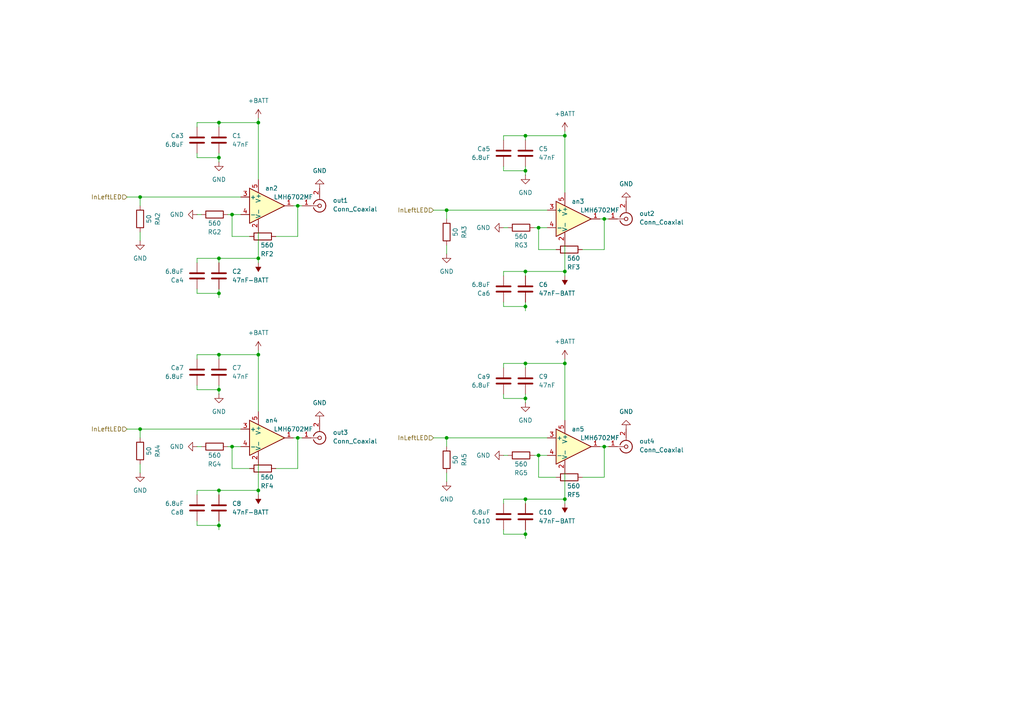
<source format=kicad_sch>
(kicad_sch (version 20250114) (generator "eeschema") (generator_version "9.0")
  (paper "A4")
  (lib_symbols
    (symbol "Amplifier_Operational:LMH6702MF" (pin_names (offset 0.127))
      (property "Reference" "U" (at -1.27 6.35 0))
      (property "Value" "LMH6702MF" (at -1.27 3.81 0))
      (symbol "LMH6702MF_0_1"
        (polyline (pts (xy -5.08 5.08) (xy 5.08 0) (xy -5.08 -5.08) (xy -5.08 5.08)) (stroke (width 0.254)) (fill (type background)))
        (pin power_in line (at -2.54 7.62 270) (length 3.81) (name "V+") (number "5"))
        (pin power_in line (at -2.54 -7.62 90) (length 3.81) (name "V-") (number "2"))
      )
      (symbol "LMH6702MF_1_1"
        (pin input line (at -7.62 2.54 0) (length 2.54) (name "+") (number "3"))
        (pin input line (at -7.62 -2.54 0) (length 2.54) (name "-") (number "4"))
        (pin output line (at 7.62 0 180) (length 2.54) (name "~") (number "1"))
      )
    )
    (symbol "Connector:Conn_Coaxial" (pin_names (offset 1.016) (hide yes))
      (property "Reference" "J" (at 0.254 3.048 0))
      (property "Value" "Conn_Coaxial" (at 2.921 0 90))
      (symbol "Conn_Coaxial_0_1"
        (polyline (pts (xy -2.54 0) (xy -0.508 0)))
        (arc (start 1.778 0) (mid 0.222 -1.8079) (end -1.778 -0.508) (stroke (width 0.254)))
        (arc (start -1.778 0.508) (mid 0.2221 1.8084) (end 1.778 0) (stroke (width 0.254)))
        (circle (center 0 0) (radius 0.508) (stroke (width 0.2032)))
        (polyline (pts (xy 0 -2.54) (xy 0 -1.778)))
      )
      (symbol "Conn_Coaxial_1_1"
        (pin passive line (at -5.08 0 0) (length 2.54) (name "In") (number "1"))
        (pin passive line (at 0 -5.08 90) (length 2.54) (name "Ext") (number "2"))
      )
    )
    (symbol "Device:C" (pin_numbers (hide yes)) (pin_names (offset 0.254))
      (property "Reference" "C" (at 0.635 2.54 0))
      (property "Value" "C" (at 0.635 -2.54 0))
      (symbol "C_0_1"
        (polyline (pts (xy -2.032 0.762) (xy 2.032 0.762)) (stroke (width 0.508)))
        (polyline (pts (xy -2.032 -0.762) (xy 2.032 -0.762)) (stroke (width 0.508)))
      )
      (symbol "C_1_1"
        (pin passive line (at 0 3.81 270) (length 2.794) (name "~") (number "1"))
        (pin passive line (at 0 -3.81 90) (length 2.794) (name "~") (number "2"))
      )
    )
    (symbol "Device:R" (pin_numbers (hide yes)) (pin_names (offset 0))
      (property "Reference" "R" (at 2.032 0 90))
      (property "Value" "R" (at 0 0 90))
      (symbol "R_0_1"
        (rectangle (start -1.016 -2.54) (end 1.016 2.54) (stroke (width 0.254)))
      )
      (symbol "R_1_1"
        (pin passive line (at 0 3.81 270) (length 1.27) (name "~") (number "1"))
        (pin passive line (at 0 -3.81 90) (length 1.27) (name "~") (number "2"))
      )
    )
    (symbol "power:+BATT" (power) (pin_names (offset 0))
      (property "Value" "+BATT" (at 0 3.556 0))
      (symbol "+BATT_0_1"
        (polyline (pts (xy -0.762 1.27) (xy 0 2.54)))
        (polyline (pts (xy 0 2.54) (xy 0.762 1.27)))
        (polyline (pts (xy 0 0) (xy 0 2.54)))
      )
      (symbol "+BATT_1_1"
        (pin power_in line (at 0 0 90) (length 0) (hide yes) (name "+BATT") (number "1"))
      )
    )
    (symbol "power:-BATT" (power) (pin_names (offset 0))
      (property "Value" "-BATT" (at 0 3.556 0))
      (symbol "-BATT_0_1"
        (polyline (pts (xy 0 0) (xy 0 2.54)))
        (polyline (pts (xy 0.762 1.27) (xy -0.762 1.27) (xy 0 2.54) (xy 0.762 1.27)) (fill (type outline)))
      )
      (symbol "-BATT_1_1"
        (pin power_in line (at 0 0 90) (length 0) (hide yes) (name "-BATT") (number "1"))
      )
    )
    (symbol "power:GND" (power) (pin_numbers (hide yes)) (pin_names (offset 0) (hide yes))
      (property "Value" "GND" (at 0 -3.81 0))
      (symbol "GND_0_1"
        (polyline (pts (xy 0 0) (xy 0 -1.27) (xy 1.27 -1.27) (xy 0 -2.54) (xy -1.27 -1.27) (xy 0 -1.27)))
      )
      (symbol "GND_1_1"
        (pin power_in line (at 0 0 270) (length 0) (name "~") (number "1"))
      )
    )
  )
  (junction (at 86.36 127))
  (junction (at 152.4 115.57))
  (junction (at 67.31 62.23))
  (junction (at 163.83 105.41))
  (junction (at 152.4 49.53))
  (junction (at 63.5 74.93))
  (junction (at 163.83 39.37))
  (junction (at 152.4 105.41))
  (junction (at 175.26 129.54))
  (junction (at 40.64 57.15))
  (junction (at 156.21 132.08))
  (junction (at 67.31 129.54))
  (junction (at 152.4 88.9))
  (junction (at 40.64 124.46))
  (junction (at 63.5 85.09))
  (junction (at 74.93 142.24))
  (junction (at 63.5 152.4))
  (junction (at 74.93 35.56))
  (junction (at 163.83 78.74))
  (junction (at 63.5 102.87))
  (junction (at 152.4 39.37))
  (junction (at 63.5 35.56))
  (junction (at 152.4 78.74))
  (junction (at 86.36 59.69))
  (junction (at 63.5 142.24))
  (junction (at 74.93 102.87))
  (junction (at 156.21 66.04))
  (junction (at 63.5 113.03))
  (junction (at 129.54 127))
  (junction (at 163.83 144.78))
  (junction (at 74.93 74.93))
  (junction (at 175.26 63.5))
  (junction (at 152.4 144.78))
  (junction (at 129.54 60.96))
  (junction (at 152.4 154.94))
  (junction (at 63.5 45.72))
  (wire (pts (xy 57.15 152.4) (xy 63.5 152.4)))
  (wire (pts (xy 146.05 39.37) (xy 152.4 39.37)))
  (wire (pts (xy 158.75 132.08) (xy 156.21 132.08)))
  (wire (pts (xy 57.15 102.87) (xy 63.5 102.87)))
  (wire (pts (xy 40.64 134.62) (xy 40.64 137.16)))
  (wire (pts (xy 129.54 129.54) (xy 129.54 127)))
  (wire (pts (xy 146.05 66.04) (xy 147.32 66.04)))
  (wire (pts (xy 57.15 76.2) (xy 57.15 74.93)))
  (wire (pts (xy 152.4 78.74) (xy 163.83 78.74)))
  (wire (pts (xy 156.21 138.43) (xy 161.29 138.43)))
  (wire (pts (xy 74.93 102.87) (xy 63.5 102.87)))
  (wire (pts (xy 67.31 129.54) (xy 67.31 135.89)))
  (wire (pts (xy 163.83 39.37) (xy 152.4 39.37)))
  (wire (pts (xy 86.36 135.89) (xy 86.36 127)))
  (wire (pts (xy 57.15 44.45) (xy 57.15 45.72)))
  (wire (pts (xy 86.36 59.69) (xy 85.09 59.69)))
  (wire (pts (xy 129.54 137.16) (xy 129.54 139.7)))
  (wire (pts (xy 146.05 132.08) (xy 147.32 132.08)))
  (wire (pts (xy 154.94 132.08) (xy 156.21 132.08)))
  (wire (pts (xy 146.05 146.05) (xy 146.05 144.78)))
  (wire (pts (xy 74.93 35.56) (xy 74.93 52.07)))
  (wire (pts (xy 57.15 143.51) (xy 57.15 142.24)))
  (wire (pts (xy 175.26 72.39) (xy 175.26 63.5)))
  (wire (pts (xy 163.83 39.37) (xy 163.83 55.88)))
  (wire (pts (xy 129.54 63.5) (xy 129.54 60.96)))
  (wire (pts (xy 175.26 138.43) (xy 175.26 129.54)))
  (wire (pts (xy 158.75 66.04) (xy 156.21 66.04)))
  (wire (pts (xy 63.5 76.2) (xy 63.5 74.93)))
  (wire (pts (xy 146.05 40.64) (xy 146.05 39.37)))
  (wire (pts (xy 152.4 105.41) (xy 152.4 106.68)))
  (wire (pts (xy 146.05 88.9) (xy 152.4 88.9)))
  (wire (pts (xy 168.91 72.39) (xy 175.26 72.39)))
  (wire (pts (xy 57.15 111.76) (xy 57.15 113.03)))
  (wire (pts (xy 152.4 156.21) (xy 152.4 154.94)))
  (wire (pts (xy 163.83 104.14) (xy 163.83 105.41)))
  (wire (pts (xy 125.73 60.96) (xy 129.54 60.96)))
  (wire (pts (xy 63.5 153.67) (xy 63.5 152.4)))
  (wire (pts (xy 36.83 57.15) (xy 40.64 57.15)))
  (wire (pts (xy 57.15 62.23) (xy 58.42 62.23)))
  (wire (pts (xy 146.05 144.78) (xy 152.4 144.78)))
  (wire (pts (xy 69.85 129.54) (xy 67.31 129.54)))
  (wire (pts (xy 67.31 135.89) (xy 72.39 135.89)))
  (wire (pts (xy 74.93 142.24) (xy 74.93 143.51)))
  (wire (pts (xy 152.4 90.17) (xy 152.4 88.9)))
  (wire (pts (xy 146.05 78.74) (xy 152.4 78.74)))
  (wire (pts (xy 152.4 144.78) (xy 163.83 144.78)))
  (wire (pts (xy 86.36 127) (xy 87.63 127)))
  (wire (pts (xy 66.04 62.23) (xy 67.31 62.23)))
  (wire (pts (xy 63.5 85.09) (xy 63.5 83.82)))
  (wire (pts (xy 74.93 34.29) (xy 74.93 35.56)))
  (wire (pts (xy 129.54 60.96) (xy 158.75 60.96)))
  (wire (pts (xy 146.05 153.67) (xy 146.05 154.94)))
  (wire (pts (xy 74.93 74.93) (xy 74.93 76.2)))
  (wire (pts (xy 63.5 35.56) (xy 63.5 36.83)))
  (wire (pts (xy 156.21 66.04) (xy 156.21 72.39)))
  (wire (pts (xy 57.15 36.83) (xy 57.15 35.56)))
  (wire (pts (xy 74.93 35.56) (xy 63.5 35.56)))
  (wire (pts (xy 146.05 115.57) (xy 152.4 115.57)))
  (wire (pts (xy 152.4 146.05) (xy 152.4 144.78)))
  (wire (pts (xy 154.94 66.04) (xy 156.21 66.04)))
  (wire (pts (xy 63.5 46.99) (xy 63.5 45.72)))
  (wire (pts (xy 146.05 105.41) (xy 152.4 105.41)))
  (wire (pts (xy 152.4 114.3) (xy 152.4 115.57)))
  (wire (pts (xy 168.91 138.43) (xy 175.26 138.43)))
  (wire (pts (xy 146.05 87.63) (xy 146.05 88.9)))
  (wire (pts (xy 63.5 142.24) (xy 74.93 142.24)))
  (wire (pts (xy 57.15 45.72) (xy 63.5 45.72)))
  (wire (pts (xy 152.4 80.01) (xy 152.4 78.74)))
  (wire (pts (xy 86.36 59.69) (xy 87.63 59.69)))
  (wire (pts (xy 63.5 44.45) (xy 63.5 45.72)))
  (wire (pts (xy 40.64 127) (xy 40.64 124.46)))
  (wire (pts (xy 146.05 49.53) (xy 152.4 49.53)))
  (wire (pts (xy 146.05 48.26) (xy 146.05 49.53)))
  (wire (pts (xy 40.64 124.46) (xy 69.85 124.46)))
  (wire (pts (xy 40.64 67.31) (xy 40.64 69.85)))
  (wire (pts (xy 36.83 124.46) (xy 40.64 124.46)))
  (wire (pts (xy 67.31 68.58) (xy 72.39 68.58)))
  (wire (pts (xy 129.54 127) (xy 158.75 127)))
  (wire (pts (xy 40.64 59.69) (xy 40.64 57.15)))
  (wire (pts (xy 80.01 135.89) (xy 86.36 135.89)))
  (wire (pts (xy 63.5 114.3) (xy 63.5 113.03)))
  (wire (pts (xy 63.5 143.51) (xy 63.5 142.24)))
  (wire (pts (xy 80.01 68.58) (xy 86.36 68.58)))
  (wire (pts (xy 175.26 63.5) (xy 176.53 63.5)))
  (wire (pts (xy 63.5 86.36) (xy 63.5 85.09)))
  (wire (pts (xy 175.26 63.5) (xy 173.99 63.5)))
  (wire (pts (xy 146.05 80.01) (xy 146.05 78.74)))
  (wire (pts (xy 67.31 62.23) (xy 67.31 68.58)))
  (wire (pts (xy 163.83 38.1) (xy 163.83 39.37)))
  (wire (pts (xy 156.21 72.39) (xy 161.29 72.39)))
  (wire (pts (xy 57.15 83.82) (xy 57.15 85.09)))
  (wire (pts (xy 63.5 111.76) (xy 63.5 113.03)))
  (wire (pts (xy 163.83 71.12) (xy 163.83 78.74)))
  (wire (pts (xy 63.5 152.4) (xy 63.5 151.13)))
  (wire (pts (xy 146.05 154.94) (xy 152.4 154.94)))
  (wire (pts (xy 57.15 74.93) (xy 63.5 74.93)))
  (wire (pts (xy 69.85 62.23) (xy 67.31 62.23)))
  (wire (pts (xy 152.4 48.26) (xy 152.4 49.53)))
  (wire (pts (xy 57.15 35.56) (xy 63.5 35.56)))
  (wire (pts (xy 146.05 114.3) (xy 146.05 115.57)))
  (wire (pts (xy 74.93 102.87) (xy 74.93 119.38)))
  (wire (pts (xy 152.4 88.9) (xy 152.4 87.63)))
  (wire (pts (xy 175.26 129.54) (xy 173.99 129.54)))
  (wire (pts (xy 57.15 104.14) (xy 57.15 102.87)))
  (wire (pts (xy 125.73 127) (xy 129.54 127)))
  (wire (pts (xy 66.04 129.54) (xy 67.31 129.54)))
  (wire (pts (xy 40.64 57.15) (xy 69.85 57.15)))
  (wire (pts (xy 163.83 137.16) (xy 163.83 144.78)))
  (wire (pts (xy 163.83 144.78) (xy 163.83 146.05)))
  (wire (pts (xy 175.26 129.54) (xy 176.53 129.54)))
  (wire (pts (xy 57.15 85.09) (xy 63.5 85.09)))
  (wire (pts (xy 86.36 127) (xy 85.09 127)))
  (wire (pts (xy 152.4 116.84) (xy 152.4 115.57)))
  (wire (pts (xy 74.93 134.62) (xy 74.93 142.24)))
  (wire (pts (xy 63.5 102.87) (xy 63.5 104.14)))
  (wire (pts (xy 163.83 78.74) (xy 163.83 80.01)))
  (wire (pts (xy 57.15 142.24) (xy 63.5 142.24)))
  (wire (pts (xy 57.15 151.13) (xy 57.15 152.4)))
  (wire (pts (xy 57.15 113.03) (xy 63.5 113.03)))
  (wire (pts (xy 152.4 154.94) (xy 152.4 153.67)))
  (wire (pts (xy 146.05 106.68) (xy 146.05 105.41)))
  (wire (pts (xy 63.5 74.93) (xy 74.93 74.93)))
  (wire (pts (xy 86.36 68.58) (xy 86.36 59.69)))
  (wire (pts (xy 163.83 105.41) (xy 163.83 121.92)))
  (wire (pts (xy 152.4 39.37) (xy 152.4 40.64)))
  (wire (pts (xy 152.4 50.8) (xy 152.4 49.53)))
  (wire (pts (xy 156.21 132.08) (xy 156.21 138.43)))
  (wire (pts (xy 74.93 101.6) (xy 74.93 102.87)))
  (wire (pts (xy 57.15 129.54) (xy 58.42 129.54)))
  (wire (pts (xy 129.54 71.12) (xy 129.54 73.66)))
  (wire (pts (xy 163.83 105.41) (xy 152.4 105.41)))
  (wire (pts (xy 74.93 67.31) (xy 74.93 74.93)))
  (hierarchical_label "InLeftLED" (shape input) (at 125.73 127 180))
  (hierarchical_label "InLeftLED" (shape input) (at 36.83 57.15 180))
  (hierarchical_label "InLeftLED" (shape input) (at 36.83 124.46 180))
  (hierarchical_label "InLeftLED" (shape input) (at 125.73 60.96 180))
  (symbol (lib_id "power:GND") (at 40.64 137.16 0) (unit 1)
    (property "Reference" "#PWR020" (effects (hide yes)))
    (property "Value" "GND" (at 40.64 142.24 0))
  )
  (symbol (lib_id "Device:R") (at 151.13 132.08 90) (mirror x) (unit 1)
    (property "Reference" "RG5" (at 151.13 137.16 90))
    (property "Value" "560" (at 151.13 134.62 90))
    (property "Footprint" "Resistor_SMD:R_0603_1608Metric_Pad0.98x0.95mm_HandSolder" (effects (hide yes)))
  )
  (symbol (lib_id "Device:C") (at 146.05 110.49 0) (mirror y) (unit 1)
    (property "Reference" "Ca9" (at 142.24 109.2199 0) (effects (justify left)))
    (property "Value" "6.8uF" (at 142.24 111.7599 0) (effects (justify left)))
    (property "Footprint" "Capacitor_SMD:C_0805_2012Metric_Pad1.18x1.45mm_HandSolder" (effects (hide yes)))
  )
  (symbol (lib_id "Device:C") (at 63.5 147.32 0) (mirror y) (unit 1)
    (property "Reference" "C8" (at 67.31 146.0499 0) (effects (justify right)))
    (property "Value" "47nF" (at 67.31 148.5899 0) (effects (justify right)))
    (property "Footprint" "Capacitor_SMD:C_0603_1608Metric_Pad1.08x0.95mm_HandSolder" (effects (hide yes)))
  )
  (symbol (lib_id "Connector:Conn_Coaxial") (at 181.61 129.54 0) (mirror x) (unit 1)
    (property "Reference" "out4" (at 185.42 127.9767 0) (effects (justify left)))
    (property "Value" "Conn_Coaxial" (at 185.42 130.5167 0) (effects (justify left)))
    (property "Footprint" "kicad-mza:MMCX_Molex_73415-1471_Vertical" (effects (hide yes)))
    (property "Datasheet" " ~" (effects (hide yes)))
  )
  (symbol (lib_id "power:GND") (at 92.71 54.61 0) (mirror x) (unit 1)
    (property "Reference" "#PWR013" (effects (hide yes)))
    (property "Value" "GND" (at 92.71 49.53 0))
  )
  (symbol (lib_id "power:GND") (at 92.71 121.92 0) (mirror x) (unit 1)
    (property "Reference" "#PWR025" (effects (hide yes)))
    (property "Value" "GND" (at 92.71 116.84 0))
  )
  (symbol (lib_id "power:-BATT") (at 163.83 146.05 180) (unit 1)
    (property "Reference" "#PWR030" (effects (hide yes)))
    (property "Value" "-BATT" (at 163.83 151.13 0))
  )
  (symbol (lib_id "Device:R") (at 40.64 130.81 0) (unit 1)
    (property "Reference" "RA4" (at 45.72 130.81 90))
    (property "Value" "50" (at 43.18 130.81 90))
    (property "Footprint" "Resistor_SMD:R_0805_2012Metric_Pad1.20x1.40mm_HandSolder" (effects (hide yes)))
  )
  (symbol (lib_id "power:GND") (at 152.4 116.84 0) (unit 1)
    (property "Reference" "#PWR028" (effects (hide yes)))
    (property "Value" "GND" (at 152.4 121.92 0))
  )
  (symbol (lib_id "power:GND") (at 57.15 62.23 270) (unit 1)
    (property "Reference" "#PWR09" (effects (hide yes)))
    (property "Value" "GND" (at 53.34 62.23 90) (effects (justify right)))
  )
  (symbol (lib_id "Device:C") (at 63.5 80.01 0) (mirror y) (unit 1)
    (property "Reference" "C2" (at 67.31 78.7399 0) (effects (justify right)))
    (property "Value" "47nF" (at 67.31 81.2799 0) (effects (justify right)))
    (property "Footprint" "Capacitor_SMD:C_0603_1608Metric_Pad1.08x0.95mm_HandSolder" (effects (hide yes)))
  )
  (symbol (lib_id "Device:R") (at 151.13 66.04 90) (mirror x) (unit 1)
    (property "Reference" "RG3" (at 151.13 71.12 90))
    (property "Value" "560" (at 151.13 68.58 90))
    (property "Footprint" "Resistor_SMD:R_0603_1608Metric_Pad0.98x0.95mm_HandSolder" (effects (hide yes)))
  )
  (symbol (lib_id "Connector:Conn_Coaxial") (at 92.71 59.69 0) (mirror x) (unit 1)
    (property "Reference" "out1" (at 96.52 58.1267 0) (effects (justify left)))
    (property "Value" "Conn_Coaxial" (at 96.52 60.6667 0) (effects (justify left)))
    (property "Footprint" "kicad-mza:MMCX_Molex_73415-1471_Vertical" (effects (hide yes)))
    (property "Datasheet" " ~" (effects (hide yes)))
  )
  (symbol (lib_id "Device:R") (at 129.54 133.35 0) (unit 1)
    (property "Reference" "RA5" (at 134.62 133.35 90))
    (property "Value" "50" (at 132.08 133.35 90))
    (property "Footprint" "Resistor_SMD:R_0805_2012Metric_Pad1.20x1.40mm_HandSolder" (effects (hide yes)))
  )
  (symbol (lib_id "Device:R") (at 40.64 63.5 0) (unit 1)
    (property "Reference" "RA2" (at 45.72 63.5 90))
    (property "Value" "50" (at 43.18 63.5 90))
    (property "Footprint" "Resistor_SMD:R_0805_2012Metric_Pad1.20x1.40mm_HandSolder" (effects (hide yes)))
  )
  (symbol (lib_id "Device:C") (at 152.4 110.49 180) (unit 1)
    (property "Reference" "C9" (at 156.21 109.2199 0) (effects (justify right)))
    (property "Value" "47nF" (at 156.21 111.7599 0) (effects (justify right)))
    (property "Footprint" "Capacitor_SMD:C_0603_1608Metric_Pad1.08x0.95mm_HandSolder" (effects (hide yes)))
  )
  (symbol (lib_id "Device:C") (at 63.5 40.64 180) (unit 1)
    (property "Reference" "C1" (at 67.31 39.3699 0) (effects (justify right)))
    (property "Value" "47nF" (at 67.31 41.9099 0) (effects (justify right)))
    (property "Footprint" "Capacitor_SMD:C_0603_1608Metric_Pad1.08x0.95mm_HandSolder" (effects (hide yes)))
  )
  (symbol (lib_id "power:GND") (at 146.05 66.04 270) (unit 1)
    (property "Reference" "#PWR015" (effects (hide yes)))
    (property "Value" "GND" (at 142.24 66.04 90) (effects (justify right)))
  )
  (symbol (lib_id "Device:C") (at 57.15 107.95 0) (mirror y) (unit 1)
    (property "Reference" "Ca7" (at 53.34 106.6799 0) (effects (justify left)))
    (property "Value" "6.8uF" (at 53.34 109.2199 0) (effects (justify left)))
    (property "Footprint" "Capacitor_SMD:C_0805_2012Metric_Pad1.18x1.45mm_HandSolder" (effects (hide yes)))
  )
  (symbol (lib_id "Device:R") (at 76.2 135.89 90) (mirror x) (unit 1)
    (property "Reference" "RF4" (at 77.47 140.97 90))
    (property "Value" "560" (at 77.47 138.43 90))
    (property "Footprint" "Resistor_SMD:R_0603_1608Metric_Pad0.98x0.95mm_HandSolder" (effects (hide yes)))
  )
  (symbol (lib_id "Connector:Conn_Coaxial") (at 181.61 63.5 0) (mirror x) (unit 1)
    (property "Reference" "out2" (at 185.42 61.9367 0) (effects (justify left)))
    (property "Value" "Conn_Coaxial" (at 185.42 64.4767 0) (effects (justify left)))
    (property "Footprint" "kicad-mza:MMCX_Molex_73415-1471_Vertical" (effects (hide yes)))
    (property "Datasheet" " ~" (effects (hide yes)))
  )
  (symbol (lib_id "Amplifier_Operational:LMH6702MF") (at 77.47 127 0) (unit 1)
    (property "Reference" "an4" (at 78.74 121.92 0))
    (property "Value" "LMH6702MF" (at 85.09 124.46 0))
    (property "Footprint" "Package_TO_SOT_SMD:SOT-23-5" (effects (hide yes)))
    (property "Datasheet" "http://www.ti.com/lit/ds/symlink/lmh6702.pdf" (effects (hide yes)))
  )
  (symbol (lib_id "power:-BATT") (at 74.93 143.51 180) (unit 1)
    (property "Reference" "#PWR024" (effects (hide yes)))
    (property "Value" "-BATT" (at 74.93 148.59 0))
  )
  (symbol (lib_id "Device:C") (at 152.4 149.86 0) (mirror y) (unit 1)
    (property "Reference" "C10" (at 156.21 148.5899 0) (effects (justify right)))
    (property "Value" "47nF" (at 156.21 151.1299 0) (effects (justify right)))
    (property "Footprint" "Capacitor_SMD:C_0603_1608Metric_Pad1.08x0.95mm_HandSolder" (effects (hide yes)))
  )
  (symbol (lib_id "power:+BATT") (at 74.93 101.6 0) (unit 1)
    (property "Reference" "#PWR023" (effects (hide yes)))
    (property "Value" "+BATT" (at 74.93 96.52 0))
  )
  (symbol (lib_id "Device:R") (at 62.23 62.23 90) (mirror x) (unit 1)
    (property "Reference" "RG2" (at 62.23 67.31 90))
    (property "Value" "560" (at 62.23 64.77 90))
    (property "Footprint" "Resistor_SMD:R_0603_1608Metric_Pad0.98x0.95mm_HandSolder" (effects (hide yes)))
  )
  (symbol (lib_id "Device:R") (at 76.2 68.58 90) (mirror x) (unit 1)
    (property "Reference" "RF2" (at 77.47 73.66 90))
    (property "Value" "560" (at 77.47 71.12 90))
    (property "Footprint" "Resistor_SMD:R_0603_1608Metric_Pad0.98x0.95mm_HandSolder" (effects (hide yes)))
  )
  (symbol (lib_id "power:GND") (at 146.05 132.08 270) (unit 1)
    (property "Reference" "#PWR027" (effects (hide yes)))
    (property "Value" "GND" (at 142.24 132.08 90) (effects (justify right)))
  )
  (symbol (lib_id "power:GND") (at 152.4 50.8 0) (unit 1)
    (property "Reference" "#PWR016" (effects (hide yes)))
    (property "Value" "GND" (at 152.4 55.88 0))
  )
  (symbol (lib_id "Device:C") (at 152.4 44.45 180) (unit 1)
    (property "Reference" "C5" (at 156.21 43.1799 0) (effects (justify right)))
    (property "Value" "47nF" (at 156.21 45.7199 0) (effects (justify right)))
    (property "Footprint" "Capacitor_SMD:C_0603_1608Metric_Pad1.08x0.95mm_HandSolder" (effects (hide yes)))
  )
  (symbol (lib_id "Device:C") (at 146.05 149.86 180) (unit 1)
    (property "Reference" "Ca10" (at 142.24 151.1301 0) (effects (justify left)))
    (property "Value" "6.8uF" (at 142.24 148.5901 0) (effects (justify left)))
    (property "Footprint" "Capacitor_SMD:C_0805_2012Metric_Pad1.18x1.45mm_HandSolder" (effects (hide yes)))
  )
  (symbol (lib_id "power:+BATT") (at 163.83 104.14 0) (unit 1)
    (property "Reference" "#PWR029" (effects (hide yes)))
    (property "Value" "+BATT" (at 163.83 99.06 0))
  )
  (symbol (lib_id "power:GND") (at 181.61 124.46 0) (mirror x) (unit 1)
    (property "Reference" "#PWR031" (effects (hide yes)))
    (property "Value" "GND" (at 181.61 119.38 0))
  )
  (symbol (lib_id "Amplifier_Operational:LMH6702MF") (at 166.37 63.5 0) (unit 1)
    (property "Reference" "an3" (at 167.64 58.42 0))
    (property "Value" "LMH6702MF" (at 173.99 60.96 0))
    (property "Footprint" "Package_TO_SOT_SMD:SOT-23-5" (effects (hide yes)))
    (property "Datasheet" "http://www.ti.com/lit/ds/symlink/lmh6702.pdf" (effects (hide yes)))
  )
  (symbol (lib_id "Device:R") (at 165.1 72.39 90) (mirror x) (unit 1)
    (property "Reference" "RF3" (at 166.37 77.47 90))
    (property "Value" "560" (at 166.37 74.93 90))
    (property "Footprint" "Resistor_SMD:R_0603_1608Metric_Pad0.98x0.95mm_HandSolder" (effects (hide yes)))
  )
  (symbol (lib_id "Device:C") (at 63.5 107.95 180) (unit 1)
    (property "Reference" "C7" (at 67.31 106.6799 0) (effects (justify right)))
    (property "Value" "47nF" (at 67.31 109.2199 0) (effects (justify right)))
    (property "Footprint" "Capacitor_SMD:C_0603_1608Metric_Pad1.08x0.95mm_HandSolder" (effects (hide yes)))
  )
  (symbol (lib_id "Device:R") (at 165.1 138.43 90) (mirror x) (unit 1)
    (property "Reference" "RF5" (at 166.37 143.51 90))
    (property "Value" "560" (at 166.37 140.97 90))
    (property "Footprint" "Resistor_SMD:R_0603_1608Metric_Pad0.98x0.95mm_HandSolder" (effects (hide yes)))
  )
  (symbol (lib_id "Amplifier_Operational:LMH6702MF") (at 77.47 59.69 0) (unit 1)
    (property "Reference" "an2" (at 78.74 54.61 0))
    (property "Value" "LMH6702MF" (at 85.09 57.15 0))
    (property "Footprint" "Package_TO_SOT_SMD:SOT-23-5" (effects (hide yes)))
    (property "Datasheet" "http://www.ti.com/lit/ds/symlink/lmh6702.pdf" (effects (hide yes)))
  )
  (symbol (lib_id "Device:C") (at 152.4 83.82 0) (mirror y) (unit 1)
    (property "Reference" "C6" (at 156.21 82.5499 0) (effects (justify right)))
    (property "Value" "47nF" (at 156.21 85.0899 0) (effects (justify right)))
    (property "Footprint" "Capacitor_SMD:C_0603_1608Metric_Pad1.08x0.95mm_HandSolder" (effects (hide yes)))
  )
  (symbol (lib_id "power:GND") (at 63.5 46.99 0) (unit 1)
    (property "Reference" "#PWR010" (effects (hide yes)))
    (property "Value" "GND" (at 63.5 52.07 0))
  )
  (symbol (lib_id "power:-BATT") (at 163.83 80.01 180) (unit 1)
    (property "Reference" "#PWR018" (effects (hide yes)))
    (property "Value" "-BATT" (at 163.83 85.09 0))
  )
  (symbol (lib_id "power:GND") (at 63.5 114.3 0) (unit 1)
    (property "Reference" "#PWR022" (effects (hide yes)))
    (property "Value" "GND" (at 63.5 119.38 0))
  )
  (symbol (lib_id "Connector:Conn_Coaxial") (at 92.71 127 0) (mirror x) (unit 1)
    (property "Reference" "out3" (at 96.52 125.4367 0) (effects (justify left)))
    (property "Value" "Conn_Coaxial" (at 96.52 127.9767 0) (effects (justify left)))
    (property "Footprint" "kicad-mza:MMCX_Molex_73415-1471_Vertical" (effects (hide yes)))
    (property "Datasheet" " ~" (effects (hide yes)))
  )
  (symbol (lib_id "Device:R") (at 62.23 129.54 90) (mirror x) (unit 1)
    (property "Reference" "RG4" (at 62.23 134.62 90))
    (property "Value" "560" (at 62.23 132.08 90))
    (property "Footprint" "Resistor_SMD:R_0603_1608Metric_Pad0.98x0.95mm_HandSolder" (effects (hide yes)))
  )
  (symbol (lib_id "power:GND") (at 129.54 73.66 0) (unit 1)
    (property "Reference" "#PWR014" (effects (hide yes)))
    (property "Value" "GND" (at 129.54 78.74 0))
  )
  (symbol (lib_id "Device:C") (at 146.05 83.82 180) (unit 1)
    (property "Reference" "Ca6" (at 142.24 85.0901 0) (effects (justify left)))
    (property "Value" "6.8uF" (at 142.24 82.5501 0) (effects (justify left)))
    (property "Footprint" "Capacitor_SMD:C_0805_2012Metric_Pad1.18x1.45mm_HandSolder" (effects (hide yes)))
  )
  (symbol (lib_id "power:-BATT") (at 74.93 76.2 180) (unit 1)
    (property "Reference" "#PWR012" (effects (hide yes)))
    (property "Value" "-BATT" (at 74.93 81.28 0))
  )
  (symbol (lib_id "Device:R") (at 129.54 67.31 0) (unit 1)
    (property "Reference" "RA3" (at 134.62 67.31 90))
    (property "Value" "50" (at 132.08 67.31 90))
    (property "Footprint" "Resistor_SMD:R_0805_2012Metric_Pad1.20x1.40mm_HandSolder" (effects (hide yes)))
  )
  (symbol (lib_id "power:GND") (at 57.15 129.54 270) (unit 1)
    (property "Reference" "#PWR021" (effects (hide yes)))
    (property "Value" "GND" (at 53.34 129.54 90) (effects (justify right)))
  )
  (symbol (lib_id "Device:C") (at 146.05 44.45 0) (mirror y) (unit 1)
    (property "Reference" "Ca5" (at 142.24 43.1799 0) (effects (justify left)))
    (property "Value" "6.8uF" (at 142.24 45.7199 0) (effects (justify left)))
    (property "Footprint" "Capacitor_SMD:C_0805_2012Metric_Pad1.18x1.45mm_HandSolder" (effects (hide yes)))
  )
  (symbol (lib_id "Device:C") (at 57.15 147.32 180) (unit 1)
    (property "Reference" "Ca8" (at 53.34 148.5901 0) (effects (justify left)))
    (property "Value" "6.8uF" (at 53.34 146.0501 0) (effects (justify left)))
    (property "Footprint" "Capacitor_SMD:C_0805_2012Metric_Pad1.18x1.45mm_HandSolder" (effects (hide yes)))
  )
  (symbol (lib_id "Amplifier_Operational:LMH6702MF") (at 166.37 129.54 0) (unit 1)
    (property "Reference" "an5" (at 167.64 124.46 0))
    (property "Value" "LMH6702MF" (at 173.99 127 0))
    (property "Footprint" "Package_TO_SOT_SMD:SOT-23-5" (effects (hide yes)))
    (property "Datasheet" "http://www.ti.com/lit/ds/symlink/lmh6702.pdf" (effects (hide yes)))
  )
  (symbol (lib_id "power:GND") (at 40.64 69.85 0) (unit 1)
    (property "Reference" "#PWR08" (effects (hide yes)))
    (property "Value" "GND" (at 40.64 74.93 0))
  )
  (symbol (lib_id "power:+BATT") (at 163.83 38.1 0) (unit 1)
    (property "Reference" "#PWR017" (effects (hide yes)))
    (property "Value" "+BATT" (at 163.83 33.02 0))
  )
  (symbol (lib_id "power:+BATT") (at 74.93 34.29 0) (unit 1)
    (property "Reference" "#PWR011" (effects (hide yes)))
    (property "Value" "+BATT" (at 74.93 29.21 0))
  )
  (symbol (lib_id "power:GND") (at 129.54 139.7 0) (unit 1)
    (property "Reference" "#PWR026" (effects (hide yes)))
    (property "Value" "GND" (at 129.54 144.78 0))
  )
  (symbol (lib_id "Device:C") (at 57.15 80.01 180) (unit 1)
    (property "Reference" "Ca4" (at 53.34 81.2801 0) (effects (justify left)))
    (property "Value" "6.8uF" (at 53.34 78.7401 0) (effects (justify left)))
    (property "Footprint" "Capacitor_SMD:C_0805_2012Metric_Pad1.18x1.45mm_HandSolder" (effects (hide yes)))
  )
  (symbol (lib_id "Device:C") (at 57.15 40.64 0) (mirror y) (unit 1)
    (property "Reference" "Ca3" (at 53.34 39.3699 0) (effects (justify left)))
    (property "Value" "6.8uF" (at 53.34 41.9099 0) (effects (justify left)))
    (property "Footprint" "Capacitor_SMD:C_0805_2012Metric_Pad1.18x1.45mm_HandSolder" (effects (hide yes)))
  )
  (symbol (lib_id "power:GND") (at 181.61 58.42 0) (mirror x) (unit 1)
    (property "Reference" "#PWR019" (effects (hide yes)))
    (property "Value" "GND" (at 181.61 53.34 0))
  )
)
</source>
